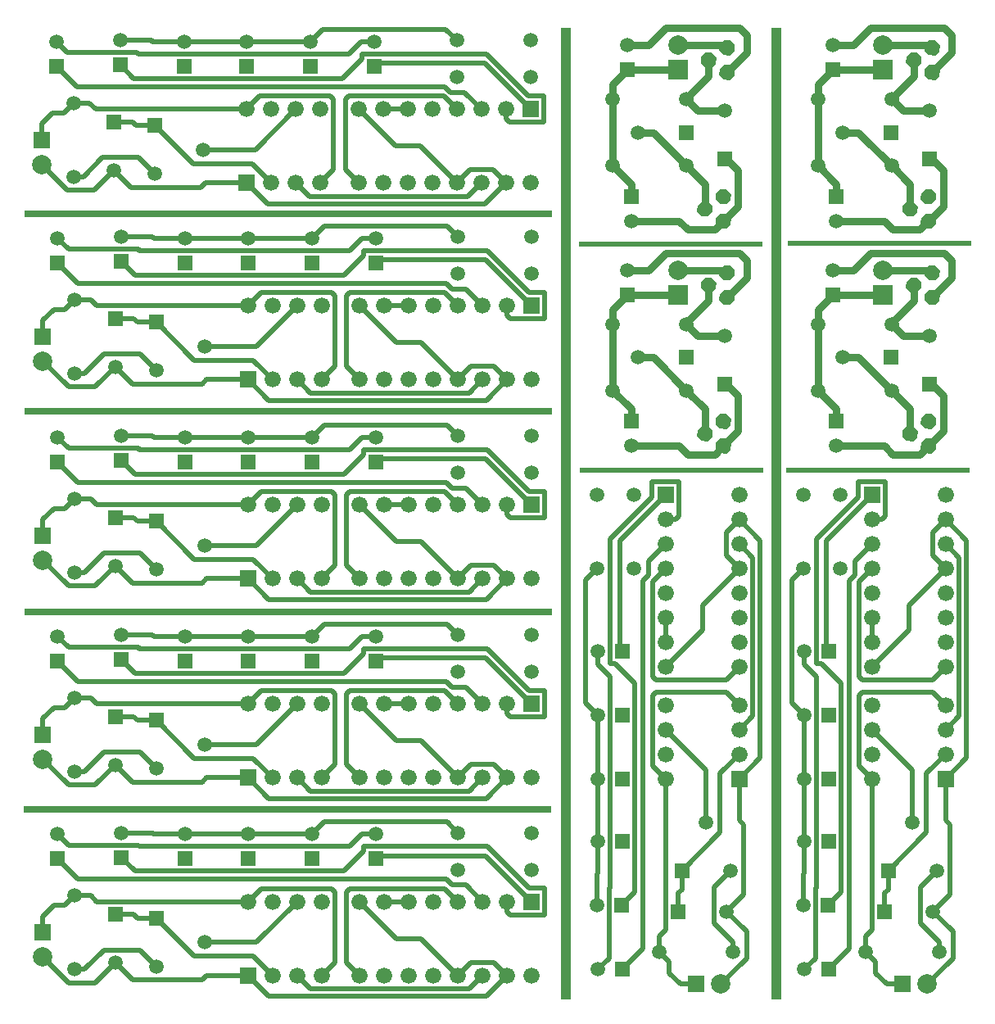
<source format=gbl>
G04 Layer_Physical_Order=2*
G04 Layer_Color=16711680*
%FSLAX25Y25*%
%MOIN*%
G70*
G01*
G75*
%ADD10C,0.03000*%
%ADD11C,0.02000*%
%ADD12R,0.74803X0.01968*%
%ADD13R,2.14567X0.02756*%
%ADD14R,0.03937X3.95669*%
%ADD15R,0.05905X0.05905*%
%ADD16C,0.05905*%
%ADD17R,0.05905X0.05905*%
%ADD18C,0.07874*%
%ADD19R,0.07874X0.07874*%
%ADD20R,0.05937X0.05937*%
%ADD21C,0.05937*%
%ADD22R,0.06600X0.06600*%
%ADD23C,0.06600*%
%ADD24R,0.07087X0.07087*%
%ADD25R,0.05937X0.05937*%
%ADD26R,0.06600X0.06600*%
%ADD27R,0.07087X0.07087*%
G36*
X372895Y392928D02*
X374601Y391066D01*
X374491Y388542D01*
X372629Y386836D01*
X370105Y386946D01*
X368399Y388808D01*
X368509Y391332D01*
X370371Y393038D01*
X372895Y392928D01*
D02*
G37*
G36*
X289395D02*
X291101Y391066D01*
X290991Y388542D01*
X289129Y386836D01*
X286605Y386946D01*
X284899Y388808D01*
X285009Y391332D01*
X286871Y393038D01*
X289395Y392928D01*
D02*
G37*
G36*
X365395Y387928D02*
X367101Y386066D01*
X366991Y383542D01*
X365129Y381836D01*
X362605Y381946D01*
X360899Y383808D01*
X361009Y386332D01*
X362871Y388038D01*
X365395Y387928D01*
D02*
G37*
G36*
X281895D02*
X283601Y386066D01*
X283491Y383542D01*
X281629Y381836D01*
X279105Y381946D01*
X277399Y383808D01*
X277509Y386332D01*
X279371Y388038D01*
X281895Y387928D01*
D02*
G37*
G36*
X372895Y382928D02*
X374601Y381066D01*
X374491Y378542D01*
X372629Y376836D01*
X370105Y376946D01*
X368399Y378808D01*
X368509Y381332D01*
X370371Y383038D01*
X372895Y382928D01*
D02*
G37*
G36*
X289395D02*
X291101Y381066D01*
X290991Y378542D01*
X289129Y376836D01*
X286605Y376946D01*
X284899Y378808D01*
X285009Y381332D01*
X286871Y383038D01*
X289395Y382928D01*
D02*
G37*
G36*
X371395Y332428D02*
X373101Y330566D01*
X372991Y328042D01*
X371129Y326336D01*
X368605Y326446D01*
X366899Y328308D01*
X367009Y330832D01*
X368871Y332538D01*
X371395Y332428D01*
D02*
G37*
G36*
X287895D02*
X289601Y330566D01*
X289491Y328042D01*
X287629Y326336D01*
X285105Y326446D01*
X283399Y328308D01*
X283509Y330832D01*
X285371Y332538D01*
X287895Y332428D01*
D02*
G37*
G36*
X363895Y327428D02*
X365601Y325566D01*
X365491Y323042D01*
X363629Y321336D01*
X361105Y321446D01*
X359399Y323308D01*
X359509Y325832D01*
X361371Y327538D01*
X363895Y327428D01*
D02*
G37*
G36*
X280395D02*
X282101Y325566D01*
X281991Y323042D01*
X280129Y321336D01*
X277605Y321446D01*
X275899Y323308D01*
X276009Y325832D01*
X277871Y327538D01*
X280395Y327428D01*
D02*
G37*
G36*
X371395Y322428D02*
X373101Y320566D01*
X372991Y318042D01*
X371129Y316336D01*
X368605Y316446D01*
X366899Y318308D01*
X367009Y320832D01*
X368871Y322538D01*
X371395Y322428D01*
D02*
G37*
G36*
X287895D02*
X289601Y320566D01*
X289491Y318042D01*
X287629Y316336D01*
X285105Y316446D01*
X283399Y318308D01*
X283509Y320832D01*
X285371Y322538D01*
X287895Y322428D01*
D02*
G37*
G36*
X372895Y301428D02*
X374601Y299566D01*
X374491Y297042D01*
X372629Y295336D01*
X370105Y295446D01*
X368399Y297308D01*
X368509Y299832D01*
X370371Y301538D01*
X372895Y301428D01*
D02*
G37*
G36*
X289395D02*
X291101Y299566D01*
X290991Y297042D01*
X289129Y295336D01*
X286605Y295446D01*
X284899Y297308D01*
X285009Y299832D01*
X286871Y301538D01*
X289395Y301428D01*
D02*
G37*
G36*
X365395Y296428D02*
X367101Y294566D01*
X366991Y292042D01*
X365129Y290336D01*
X362605Y290446D01*
X360899Y292308D01*
X361009Y294832D01*
X362871Y296538D01*
X365395Y296428D01*
D02*
G37*
G36*
X281895D02*
X283601Y294566D01*
X283491Y292042D01*
X281629Y290336D01*
X279105Y290446D01*
X277399Y292308D01*
X277509Y294832D01*
X279371Y296538D01*
X281895Y296428D01*
D02*
G37*
G36*
X372895Y291428D02*
X374601Y289566D01*
X374491Y287042D01*
X372629Y285336D01*
X370105Y285446D01*
X368399Y287308D01*
X368509Y289832D01*
X370371Y291538D01*
X372895Y291428D01*
D02*
G37*
G36*
X289395D02*
X291101Y289566D01*
X290991Y287042D01*
X289129Y285336D01*
X286605Y285446D01*
X284899Y287308D01*
X285009Y289832D01*
X286871Y291538D01*
X289395Y291428D01*
D02*
G37*
G36*
X371395Y240928D02*
X373101Y239066D01*
X372991Y236542D01*
X371129Y234836D01*
X368605Y234946D01*
X366899Y236808D01*
X367009Y239332D01*
X368871Y241038D01*
X371395Y240928D01*
D02*
G37*
G36*
X287895D02*
X289601Y239066D01*
X289491Y236542D01*
X287629Y234836D01*
X285105Y234946D01*
X283399Y236808D01*
X283509Y239332D01*
X285371Y241038D01*
X287895Y240928D01*
D02*
G37*
G36*
X363895Y235928D02*
X365601Y234066D01*
X365491Y231542D01*
X363629Y229836D01*
X361105Y229946D01*
X359399Y231808D01*
X359509Y234332D01*
X361371Y236038D01*
X363895Y235928D01*
D02*
G37*
G36*
X280395D02*
X282101Y234066D01*
X281991Y231542D01*
X280129Y229836D01*
X277605Y229946D01*
X275899Y231808D01*
X276009Y234332D01*
X277871Y236038D01*
X280395Y235928D01*
D02*
G37*
G36*
X371395Y230928D02*
X373101Y229066D01*
X372991Y226542D01*
X371129Y224836D01*
X368605Y224946D01*
X366899Y226808D01*
X367009Y229332D01*
X368871Y231038D01*
X371395Y230928D01*
D02*
G37*
G36*
X287895D02*
X289601Y229066D01*
X289491Y226542D01*
X287629Y224836D01*
X285105Y224946D01*
X283399Y226808D01*
X283509Y229332D01*
X285371Y231038D01*
X287895Y230928D01*
D02*
G37*
D10*
X325000Y250437D02*
Y277437D01*
Y283437D01*
X331000Y289437D01*
X335157Y263937D02*
X341500D01*
X355000Y250437D01*
X332500Y227937D02*
X352000D01*
X355500Y224437D01*
X366500D01*
X370000Y227937D01*
X362500Y232937D02*
Y242937D01*
X355000Y250437D02*
X362500Y242937D01*
X370000Y227937D02*
X376000Y233937D01*
Y248437D01*
X371342Y253095D02*
X376000Y248437D01*
X370500Y253095D02*
X371342D01*
X359658Y272779D02*
X370500D01*
X355000Y277437D02*
X359658Y272779D01*
X331000Y299437D02*
X339500D01*
X379500Y296437D02*
Y303437D01*
X371500Y288437D02*
X379500Y296437D01*
X355000Y277437D02*
Y277937D01*
X364000Y286937D01*
Y293437D01*
X331000Y289437D02*
X351500D01*
Y299437D02*
X370500D01*
X371500Y298437D01*
X325000Y250437D02*
X332500Y242937D01*
Y237937D02*
Y242937D01*
X376500Y306437D02*
X379500Y303437D01*
X339500Y299437D02*
X346500Y306437D01*
X376500D01*
X346500Y397937D02*
X376500D01*
X339500Y390937D02*
X346500Y397937D01*
X376500D02*
X379500Y394937D01*
X332500Y329437D02*
Y334437D01*
X325000Y341937D02*
X332500Y334437D01*
X370500Y390937D02*
X371500Y389937D01*
X351500Y390937D02*
X370500D01*
X331000Y380937D02*
X351500D01*
X364000Y378437D02*
Y384937D01*
X355000Y369437D02*
X364000Y378437D01*
X355000Y368937D02*
Y369437D01*
X371500Y379937D02*
X379500Y387937D01*
Y394937D01*
X331000Y390937D02*
X339500D01*
X355000Y368937D02*
X359658Y364280D01*
X370500D01*
X370500Y344595D02*
X371342D01*
X376000Y339937D01*
Y325437D02*
Y339937D01*
X370000Y319437D02*
X376000Y325437D01*
X355000Y341937D02*
X362500Y334437D01*
Y324437D02*
Y334437D01*
X366500Y315937D02*
X370000Y319437D01*
X355500Y315937D02*
X366500D01*
X352000Y319437D02*
X355500Y315937D01*
X332500Y319437D02*
X352000D01*
X341500Y355437D02*
X355000Y341937D01*
X335157Y355437D02*
X341500D01*
X325000Y374937D02*
X331000Y380937D01*
X325000Y368937D02*
Y374937D01*
Y341937D02*
Y368937D01*
X241500Y341937D02*
Y368937D01*
Y374937D01*
X247500Y380937D01*
X251658Y355437D02*
X258000D01*
X271500Y341937D01*
X249000Y319437D02*
X268500D01*
X272000Y315937D01*
X283000D01*
X286500Y319437D01*
X279000Y324437D02*
Y334437D01*
X271500Y341937D02*
X279000Y334437D01*
X286500Y319437D02*
X292500Y325437D01*
Y339937D01*
X287842Y344595D02*
X292500Y339937D01*
X287000Y344595D02*
X287842D01*
X276157Y364280D02*
X287000D01*
X271500Y368937D02*
X276157Y364280D01*
X247500Y390937D02*
X256000D01*
X296000Y387937D02*
Y394937D01*
X288000Y379937D02*
X296000Y387937D01*
X271500Y368937D02*
Y369437D01*
X280500Y378437D01*
Y384937D01*
X247500Y380937D02*
X268000D01*
Y390937D02*
X287000D01*
X288000Y389937D01*
X241500Y341937D02*
X249000Y334437D01*
Y329437D02*
Y334437D01*
X293000Y397937D02*
X296000Y394937D01*
X256000Y390937D02*
X263000Y397937D01*
X293000D01*
X263000Y306437D02*
X293000D01*
X256000Y299437D02*
X263000Y306437D01*
X293000D02*
X296000Y303437D01*
X249000Y237937D02*
Y242937D01*
X241500Y250437D02*
X249000Y242937D01*
X287000Y299437D02*
X288000Y298437D01*
X268000Y299437D02*
X287000D01*
X247500Y289437D02*
X268000D01*
X280500Y286937D02*
Y293437D01*
X271500Y277937D02*
X280500Y286937D01*
X271500Y277437D02*
Y277937D01*
X288000Y288437D02*
X296000Y296437D01*
Y303437D01*
X247500Y299437D02*
X256000D01*
X271500Y277437D02*
X276157Y272779D01*
X287000D01*
X287000Y253095D02*
X287842D01*
X292500Y248437D01*
Y233937D02*
Y248437D01*
X286500Y227937D02*
X292500Y233937D01*
X271500Y250437D02*
X279000Y242937D01*
Y232937D02*
Y242937D01*
X283000Y224437D02*
X286500Y227937D01*
X272000Y224437D02*
X283000D01*
X268500Y227937D02*
X272000Y224437D01*
X249000Y227937D02*
X268500D01*
X258000Y263937D02*
X271500Y250437D01*
X251658Y263937D02*
X258000D01*
X241500Y283437D02*
X247500Y289437D01*
X241500Y277437D02*
Y283437D01*
Y250437D02*
Y277437D01*
D11*
X352157Y38500D02*
Y46000D01*
X353657Y47500D01*
Y55158D01*
X347000Y148000D02*
Y158000D01*
X319500Y67000D02*
Y92500D01*
X319000Y41000D02*
Y53700D01*
X319500Y54200D01*
Y67000D01*
Y92500D02*
Y118500D01*
X340200Y175500D02*
Y181200D01*
X347000Y188000D01*
X328400Y189400D02*
X347000Y208000D01*
X328400Y145600D02*
Y189400D01*
X363500Y74843D02*
Y96000D01*
X347000Y112500D02*
X363500Y96000D01*
X353657Y55158D02*
X369200Y70700D01*
Y94700D01*
X377000Y102500D01*
X347000Y138000D02*
X362000Y153000D01*
Y163000D01*
X377000Y178000D01*
X353000Y9000D02*
X359500D01*
X341700Y172700D02*
X347000Y178000D01*
X341700Y134000D02*
Y172700D01*
Y134000D02*
X343000Y132700D01*
X371700D01*
X377000Y138000D01*
X371700Y127800D02*
X377000Y122500D01*
X319500Y139047D02*
Y144500D01*
Y139047D02*
X324500Y134047D01*
Y48400D02*
Y134047D01*
X324000Y47900D02*
X324500Y48400D01*
X324000Y19500D02*
Y47900D01*
X319500Y15000D02*
X324000Y19500D01*
X366700Y48515D02*
X373343Y55158D01*
X366700Y33800D02*
Y48515D01*
X371700Y183300D02*
X377000Y178000D01*
X371700Y183300D02*
Y192700D01*
X377000Y198000D01*
X371843Y38500D02*
X378800Y45457D01*
Y73800D01*
X377000Y75600D02*
X378800Y73800D01*
X377000Y75600D02*
Y92500D01*
X329000Y41000D02*
X334500Y46500D01*
Y131500D01*
X326453Y139547D02*
X334500Y131500D01*
X324500Y139547D02*
X326453D01*
X352400Y199400D02*
Y213300D01*
X351000Y198000D02*
X352400Y199400D01*
X347000Y198000D02*
X351000D01*
X348500Y13500D02*
X353000Y9000D01*
X371843Y38500D02*
X380000Y30343D01*
Y19500D02*
Y30343D01*
X369500Y9000D02*
X380000Y19500D01*
X377000Y112500D02*
X382500Y118000D01*
Y182500D01*
X377000Y188000D02*
X382500Y182500D01*
X377000Y92500D02*
X385500Y101000D01*
Y189500D01*
X377000Y198000D02*
X385500Y189500D01*
X314547Y123453D02*
Y173547D01*
Y123453D02*
X319500Y118500D01*
X314547Y173547D02*
X319000Y178000D01*
X344500Y22000D02*
X348500Y18000D01*
Y13500D02*
Y18000D01*
X374500Y22000D02*
Y26000D01*
X366700Y33800D02*
X374500Y26000D01*
X341700Y97800D02*
X347000Y92500D01*
X341700Y126500D02*
X343000Y127800D01*
X371700D01*
X341700Y97800D02*
Y126500D01*
X347000Y31000D02*
Y92500D01*
X344500Y22000D02*
Y28500D01*
X347000Y31000D01*
X337900Y173200D02*
X340200Y175500D01*
X329500Y15000D02*
X337900Y23400D01*
Y173200D01*
X328400Y145600D02*
X329500Y144500D01*
X324500Y139547D02*
Y190000D01*
X341500Y207000D01*
Y213300D01*
X352400D01*
X268157Y38500D02*
Y46000D01*
X269657Y47500D01*
Y55158D01*
X263000Y148000D02*
Y158000D01*
X235500Y67000D02*
Y92500D01*
X235000Y41000D02*
Y53700D01*
X235500Y54200D01*
Y67000D01*
Y92500D02*
Y118500D01*
X256200Y175500D02*
Y181200D01*
X263000Y188000D01*
X244400Y189400D02*
X263000Y208000D01*
X244400Y145600D02*
Y189400D01*
X279500Y74843D02*
Y96000D01*
X263000Y112500D02*
X279500Y96000D01*
X269657Y55158D02*
X285200Y70700D01*
Y94700D01*
X293000Y102500D01*
X263000Y138000D02*
X278000Y153000D01*
Y163000D01*
X293000Y178000D01*
X269000Y9000D02*
X275500D01*
X257700Y172700D02*
X263000Y178000D01*
X257700Y134000D02*
Y172700D01*
Y134000D02*
X259000Y132700D01*
X287700D01*
X293000Y138000D01*
X287700Y127800D02*
X293000Y122500D01*
X235500Y139047D02*
Y144500D01*
Y139047D02*
X240500Y134047D01*
Y48400D02*
Y134047D01*
X240000Y47900D02*
X240500Y48400D01*
X240000Y19500D02*
Y47900D01*
X235500Y15000D02*
X240000Y19500D01*
X282700Y48515D02*
X289343Y55158D01*
X282700Y33800D02*
Y48515D01*
X287700Y183300D02*
X293000Y178000D01*
X287700Y183300D02*
Y192700D01*
X293000Y198000D01*
X287843Y38500D02*
X294800Y45457D01*
Y73800D01*
X293000Y75600D02*
X294800Y73800D01*
X293000Y75600D02*
Y92500D01*
X245000Y41000D02*
X250500Y46500D01*
Y131500D01*
X242453Y139547D02*
X250500Y131500D01*
X240500Y139547D02*
X242453D01*
X268400Y199400D02*
Y213300D01*
X267000Y198000D02*
X268400Y199400D01*
X263000Y198000D02*
X267000D01*
X264500Y13500D02*
X269000Y9000D01*
X287843Y38500D02*
X296000Y30343D01*
Y19500D02*
Y30343D01*
X285500Y9000D02*
X296000Y19500D01*
X293000Y112500D02*
X298500Y118000D01*
Y182500D01*
X293000Y188000D02*
X298500Y182500D01*
X293000Y92500D02*
X301500Y101000D01*
Y189500D01*
X293000Y198000D02*
X301500Y189500D01*
X230547Y123453D02*
Y173547D01*
Y123453D02*
X235500Y118500D01*
X230547Y173547D02*
X235000Y178000D01*
X260500Y22000D02*
X264500Y18000D01*
Y13500D02*
Y18000D01*
X290500Y22000D02*
Y26000D01*
X282700Y33800D02*
X290500Y26000D01*
X257700Y97800D02*
X263000Y92500D01*
X257700Y126500D02*
X259000Y127800D01*
X287700D01*
X257700Y97800D02*
Y126500D01*
X263000Y31000D02*
Y92500D01*
X260500Y22000D02*
Y28500D01*
X263000Y31000D01*
X253900Y173200D02*
X256200Y175500D01*
X245500Y15000D02*
X253900Y23400D01*
Y173200D01*
X244400Y145600D02*
X245500Y144500D01*
X240500Y139547D02*
Y190000D01*
X257500Y207000D01*
Y213300D01*
X268400D01*
X39000Y117843D02*
X46500D01*
X48000Y116343D01*
X55658D01*
X148500Y123000D02*
X158500D01*
X67500Y150500D02*
X93000D01*
X41500Y151000D02*
X54200D01*
X54700Y150500D01*
X67500D01*
X93000D02*
X119000D01*
X176000Y129800D02*
X181700D01*
X188500Y123000D01*
X189900Y141600D02*
X208500Y123000D01*
X146100Y141600D02*
X189900D01*
X75343Y106500D02*
X96500D01*
X113000Y123000D01*
X55658Y116343D02*
X71200Y100800D01*
X95200D01*
X103000Y93000D01*
X138500Y123000D02*
X153500Y108000D01*
X163500D01*
X178500Y93000D01*
X9500Y110500D02*
Y117000D01*
X173200Y128300D02*
X178500Y123000D01*
X134500Y128300D02*
X173200D01*
X133200Y127000D02*
X134500Y128300D01*
X133200Y98300D02*
Y127000D01*
Y98300D02*
X138500Y93000D01*
X123000D02*
X128300Y98300D01*
X139547Y150500D02*
X145000D01*
X134547Y145500D02*
X139547Y150500D01*
X48900Y145500D02*
X134547D01*
X48400Y146000D02*
X48900Y145500D01*
X20000Y146000D02*
X48400D01*
X15500Y150500D02*
X20000Y146000D01*
X49015Y103300D02*
X55658Y96657D01*
X34300Y103300D02*
X49015D01*
X178500Y93000D02*
X183800Y98300D01*
X193200D01*
X198500Y93000D01*
X39000Y98157D02*
X45957Y91200D01*
X74300D01*
X76100Y93000D01*
X93000D01*
X41500Y141000D02*
X47000Y135500D01*
X132000D01*
X140047Y143547D01*
Y145500D01*
X199900Y117600D02*
X213800D01*
X198500Y119000D02*
X199900Y117600D01*
X198500Y119000D02*
Y123000D01*
X9500Y117000D02*
X14000Y121500D01*
X30843Y90000D02*
X39000Y98157D01*
X20000Y90000D02*
X30843D01*
X9500Y100500D02*
X20000Y90000D01*
X113000Y93000D02*
X118500Y87500D01*
X183000D01*
X188500Y93000D01*
X93000D02*
X101500Y84500D01*
X190000D01*
X198500Y93000D01*
X123953Y155453D02*
X174047D01*
X119000Y150500D02*
X123953Y155453D01*
X174047D02*
X178500Y151000D01*
X18500Y121500D02*
X22500Y125500D01*
X14000Y121500D02*
X18500D01*
X22500Y95500D02*
X26500D01*
X34300Y103300D01*
X93000Y123000D02*
X98300Y128300D01*
X127000D02*
X128300Y127000D01*
Y98300D02*
Y127000D01*
X98300Y128300D02*
X127000D01*
X31500Y123000D02*
X93000D01*
X22500Y125500D02*
X29000D01*
X31500Y123000D01*
X173700Y132100D02*
X176000Y129800D01*
X15500Y140500D02*
X23900Y132100D01*
X173700D01*
X145000Y140500D02*
X146100Y141600D01*
X140047Y145500D02*
X190500D01*
X207500Y128500D01*
X213800D01*
Y117600D02*
Y128500D01*
X39000Y198843D02*
X46500D01*
X48000Y197343D01*
X55658D01*
X148500Y204000D02*
X158500D01*
X67500Y231500D02*
X93000D01*
X41500Y232000D02*
X54200D01*
X54700Y231500D01*
X67500D01*
X93000D02*
X119000D01*
X176000Y210800D02*
X181700D01*
X188500Y204000D01*
X189900Y222600D02*
X208500Y204000D01*
X146100Y222600D02*
X189900D01*
X75343Y187500D02*
X96500D01*
X113000Y204000D01*
X55658Y197343D02*
X71200Y181800D01*
X95200D01*
X103000Y174000D01*
X138500Y204000D02*
X153500Y189000D01*
X163500D01*
X178500Y174000D01*
X9500Y191500D02*
Y198000D01*
X173200Y209300D02*
X178500Y204000D01*
X134500Y209300D02*
X173200D01*
X133200Y208000D02*
X134500Y209300D01*
X133200Y179300D02*
Y208000D01*
Y179300D02*
X138500Y174000D01*
X123000D02*
X128300Y179300D01*
X139547Y231500D02*
X145000D01*
X134547Y226500D02*
X139547Y231500D01*
X48900Y226500D02*
X134547D01*
X48400Y227000D02*
X48900Y226500D01*
X20000Y227000D02*
X48400D01*
X15500Y231500D02*
X20000Y227000D01*
X49015Y184300D02*
X55658Y177657D01*
X34300Y184300D02*
X49015D01*
X178500Y174000D02*
X183800Y179300D01*
X193200D01*
X198500Y174000D01*
X39000Y179157D02*
X45957Y172200D01*
X74300D01*
X76100Y174000D01*
X93000D01*
X41500Y222000D02*
X47000Y216500D01*
X132000D01*
X140047Y224547D01*
Y226500D01*
X199900Y198600D02*
X213800D01*
X198500Y200000D02*
X199900Y198600D01*
X198500Y200000D02*
Y204000D01*
X9500Y198000D02*
X14000Y202500D01*
X30843Y171000D02*
X39000Y179157D01*
X20000Y171000D02*
X30843D01*
X9500Y181500D02*
X20000Y171000D01*
X113000Y174000D02*
X118500Y168500D01*
X183000D01*
X188500Y174000D01*
X93000D02*
X101500Y165500D01*
X190000D01*
X198500Y174000D01*
X123953Y236453D02*
X174047D01*
X119000Y231500D02*
X123953Y236453D01*
X174047D02*
X178500Y232000D01*
X18500Y202500D02*
X22500Y206500D01*
X14000Y202500D02*
X18500D01*
X22500Y176500D02*
X26500D01*
X34300Y184300D01*
X93000Y204000D02*
X98300Y209300D01*
X127000D02*
X128300Y208000D01*
Y179300D02*
Y208000D01*
X98300Y209300D02*
X127000D01*
X31500Y204000D02*
X93000D01*
X22500Y206500D02*
X29000D01*
X31500Y204000D01*
X173700Y213100D02*
X176000Y210800D01*
X15500Y221500D02*
X23900Y213100D01*
X173700D01*
X145000Y221500D02*
X146100Y222600D01*
X140047Y226500D02*
X190500D01*
X207500Y209500D01*
X213800D01*
Y198600D02*
Y209500D01*
X39000Y279843D02*
X46500D01*
X48000Y278343D01*
X55658D01*
X148500Y285000D02*
X158500D01*
X67500Y312500D02*
X93000D01*
X41500Y313000D02*
X54200D01*
X54700Y312500D01*
X67500D01*
X93000D02*
X119000D01*
X176000Y291800D02*
X181700D01*
X188500Y285000D01*
X189900Y303600D02*
X208500Y285000D01*
X146100Y303600D02*
X189900D01*
X75343Y268500D02*
X96500D01*
X113000Y285000D01*
X55658Y278343D02*
X71200Y262800D01*
X95200D01*
X103000Y255000D01*
X138500Y285000D02*
X153500Y270000D01*
X163500D01*
X178500Y255000D01*
X9500Y272500D02*
Y279000D01*
X173200Y290300D02*
X178500Y285000D01*
X134500Y290300D02*
X173200D01*
X133200Y289000D02*
X134500Y290300D01*
X133200Y260300D02*
Y289000D01*
Y260300D02*
X138500Y255000D01*
X123000D02*
X128300Y260300D01*
X139547Y312500D02*
X145000D01*
X134547Y307500D02*
X139547Y312500D01*
X48900Y307500D02*
X134547D01*
X48400Y308000D02*
X48900Y307500D01*
X20000Y308000D02*
X48400D01*
X15500Y312500D02*
X20000Y308000D01*
X49015Y265300D02*
X55658Y258657D01*
X34300Y265300D02*
X49015D01*
X178500Y255000D02*
X183800Y260300D01*
X193200D01*
X198500Y255000D01*
X39000Y260157D02*
X45957Y253200D01*
X74300D01*
X76100Y255000D01*
X93000D01*
X41500Y303000D02*
X47000Y297500D01*
X132000D01*
X140047Y305547D01*
Y307500D01*
X199900Y279600D02*
X213800D01*
X198500Y281000D02*
X199900Y279600D01*
X198500Y281000D02*
Y285000D01*
X9500Y279000D02*
X14000Y283500D01*
X30843Y252000D02*
X39000Y260157D01*
X20000Y252000D02*
X30843D01*
X9500Y262500D02*
X20000Y252000D01*
X113000Y255000D02*
X118500Y249500D01*
X183000D01*
X188500Y255000D01*
X93000D02*
X101500Y246500D01*
X190000D01*
X198500Y255000D01*
X123953Y317453D02*
X174047D01*
X119000Y312500D02*
X123953Y317453D01*
X174047D02*
X178500Y313000D01*
X18500Y283500D02*
X22500Y287500D01*
X14000Y283500D02*
X18500D01*
X22500Y257500D02*
X26500D01*
X34300Y265300D01*
X93000Y285000D02*
X98300Y290300D01*
X127000D02*
X128300Y289000D01*
Y260300D02*
Y289000D01*
X98300Y290300D02*
X127000D01*
X31500Y285000D02*
X93000D01*
X22500Y287500D02*
X29000D01*
X31500Y285000D01*
X173700Y294100D02*
X176000Y291800D01*
X15500Y302500D02*
X23900Y294100D01*
X173700D01*
X145000Y302500D02*
X146100Y303600D01*
X140047Y307500D02*
X190500D01*
X207500Y290500D01*
X213800D01*
Y279600D02*
Y290500D01*
X38500Y359843D02*
X46000D01*
X47500Y358343D01*
X55158D01*
X148000Y365000D02*
X158000D01*
X67000Y392500D02*
X92500D01*
X41000Y393000D02*
X53700D01*
X54200Y392500D01*
X67000D01*
X92500D02*
X118500D01*
X175500Y371800D02*
X181200D01*
X188000Y365000D01*
X189400Y383600D02*
X208000Y365000D01*
X145600Y383600D02*
X189400D01*
X74843Y348500D02*
X96000D01*
X112500Y365000D01*
X55158Y358343D02*
X70700Y342800D01*
X94700D01*
X102500Y335000D01*
X138000Y365000D02*
X153000Y350000D01*
X163000D01*
X178000Y335000D01*
X9000Y352500D02*
Y359000D01*
X172700Y370300D02*
X178000Y365000D01*
X134000Y370300D02*
X172700D01*
X132700Y369000D02*
X134000Y370300D01*
X132700Y340300D02*
Y369000D01*
Y340300D02*
X138000Y335000D01*
X122500D02*
X127800Y340300D01*
X139047Y392500D02*
X144500D01*
X134047Y387500D02*
X139047Y392500D01*
X48400Y387500D02*
X134047D01*
X47900Y388000D02*
X48400Y387500D01*
X19500Y388000D02*
X47900D01*
X15000Y392500D02*
X19500Y388000D01*
X48515Y345300D02*
X55158Y338657D01*
X33800Y345300D02*
X48515D01*
X178000Y335000D02*
X183300Y340300D01*
X192700D01*
X198000Y335000D01*
X38500Y340157D02*
X45457Y333200D01*
X73800D01*
X75600Y335000D01*
X92500D01*
X41000Y383000D02*
X46500Y377500D01*
X131500D01*
X139547Y385547D01*
Y387500D01*
X199400Y359600D02*
X213300D01*
X198000Y361000D02*
X199400Y359600D01*
X198000Y361000D02*
Y365000D01*
X9000Y359000D02*
X13500Y363500D01*
X30343Y332000D02*
X38500Y340157D01*
X19500Y332000D02*
X30343D01*
X9000Y342500D02*
X19500Y332000D01*
X112500Y335000D02*
X118000Y329500D01*
X182500D01*
X188000Y335000D01*
X92500D02*
X101000Y326500D01*
X189500D01*
X198000Y335000D01*
X123453Y397453D02*
X173547D01*
X118500Y392500D02*
X123453Y397453D01*
X173547D02*
X178000Y393000D01*
X18000Y363500D02*
X22000Y367500D01*
X13500Y363500D02*
X18000D01*
X22000Y337500D02*
X26000D01*
X33800Y345300D01*
X92500Y365000D02*
X97800Y370300D01*
X126500D02*
X127800Y369000D01*
Y340300D02*
Y369000D01*
X97800Y370300D02*
X126500D01*
X31000Y365000D02*
X92500D01*
X22000Y367500D02*
X28500D01*
X31000Y365000D01*
X173200Y374100D02*
X175500Y371800D01*
X15000Y382500D02*
X23400Y374100D01*
X173200D01*
X144500Y382500D02*
X145600Y383600D01*
X139547Y387500D02*
X190000D01*
X207000Y370500D01*
X213300D01*
Y359600D02*
Y370500D01*
X213800Y37100D02*
Y48000D01*
X207500D02*
X213800D01*
X190500Y65000D02*
X207500Y48000D01*
X140047Y65000D02*
X190500D01*
X145000Y60000D02*
X146100Y61100D01*
X23900Y51600D02*
X173700D01*
X15500Y60000D02*
X23900Y51600D01*
X173700D02*
X176000Y49300D01*
X29000Y45000D02*
X31500Y42500D01*
X22500Y45000D02*
X29000D01*
X31500Y42500D02*
X93000D01*
X98300Y47800D02*
X127000D01*
X128300Y17800D02*
Y46500D01*
X127000Y47800D02*
X128300Y46500D01*
X93000Y42500D02*
X98300Y47800D01*
X26500Y15000D02*
X34300Y22800D01*
X22500Y15000D02*
X26500D01*
X14000Y41000D02*
X18500D01*
X22500Y45000D01*
X174047Y74953D02*
X178500Y70500D01*
X119000Y70000D02*
X123953Y74953D01*
X174047D01*
X190000Y4000D02*
X198500Y12500D01*
X101500Y4000D02*
X190000D01*
X93000Y12500D02*
X101500Y4000D01*
X183000Y7000D02*
X188500Y12500D01*
X118500Y7000D02*
X183000D01*
X113000Y12500D02*
X118500Y7000D01*
X9500Y20000D02*
X20000Y9500D01*
X30843D01*
X39000Y17657D01*
X9500Y36500D02*
X14000Y41000D01*
X198500Y38500D02*
Y42500D01*
Y38500D02*
X199900Y37100D01*
X213800D01*
X140047Y63047D02*
Y65000D01*
X132000Y55000D02*
X140047Y63047D01*
X47000Y55000D02*
X132000D01*
X41500Y60500D02*
X47000Y55000D01*
X76100Y12500D02*
X93000D01*
X74300Y10700D02*
X76100Y12500D01*
X45957Y10700D02*
X74300D01*
X39000Y17657D02*
X45957Y10700D01*
X193200Y17800D02*
X198500Y12500D01*
X183800Y17800D02*
X193200D01*
X178500Y12500D02*
X183800Y17800D01*
X34300Y22800D02*
X49015D01*
X55658Y16157D01*
X15500Y70000D02*
X20000Y65500D01*
X48400D01*
X48900Y65000D01*
X134547D01*
X139547Y70000D01*
X145000D01*
X123000Y12500D02*
X128300Y17800D01*
X133200D02*
X138500Y12500D01*
X133200Y17800D02*
Y46500D01*
X134500Y47800D01*
X173200D01*
X178500Y42500D01*
X9500Y30000D02*
Y36500D01*
X163500Y27500D02*
X178500Y12500D01*
X153500Y27500D02*
X163500D01*
X138500Y42500D02*
X153500Y27500D01*
X95200Y20300D02*
X103000Y12500D01*
X71200Y20300D02*
X95200D01*
X55658Y35843D02*
X71200Y20300D01*
X96500Y26000D02*
X113000Y42500D01*
X75343Y26000D02*
X96500D01*
X146100Y61100D02*
X189900D01*
X208500Y42500D01*
X181700Y49300D02*
X188500Y42500D01*
X176000Y49300D02*
X181700D01*
X93000Y70000D02*
X119000D01*
X54700D02*
X67500D01*
X54200Y70500D02*
X54700Y70000D01*
X41500Y70500D02*
X54200D01*
X67500Y70000D02*
X93000D01*
X148500Y42500D02*
X158500D01*
X48000Y35843D02*
X55658D01*
X46500Y37343D02*
X48000Y35843D01*
X39000Y37343D02*
X46500D01*
D12*
X350000Y310500D02*
D03*
X265000Y310000D02*
D03*
X349500Y218000D02*
D03*
X265500D02*
D03*
D13*
X109000Y80000D02*
D03*
X109500Y160500D02*
D03*
Y242000D02*
D03*
Y322500D02*
D03*
D14*
X308000Y200500D02*
D03*
X222500D02*
D03*
D15*
X370500Y253095D02*
D03*
X332500Y237937D02*
D03*
X331000Y289437D02*
D03*
Y380937D02*
D03*
X332500Y329437D02*
D03*
X370500Y344595D02*
D03*
X287000D02*
D03*
X249000Y329437D02*
D03*
X247500Y380937D02*
D03*
Y289437D02*
D03*
X249000Y237937D02*
D03*
X287000Y253095D02*
D03*
X15500Y140500D02*
D03*
X41500Y141000D02*
D03*
X67500Y140500D02*
D03*
X93000D02*
D03*
X119000D02*
D03*
X145000D02*
D03*
X39000Y117843D02*
D03*
X15500Y221500D02*
D03*
X41500Y222000D02*
D03*
X67500Y221500D02*
D03*
X93000D02*
D03*
X119000D02*
D03*
X145000D02*
D03*
X39000Y198843D02*
D03*
X15500Y302500D02*
D03*
X41500Y303000D02*
D03*
X67500Y302500D02*
D03*
X93000D02*
D03*
X119000D02*
D03*
X145000D02*
D03*
X39000Y279843D02*
D03*
X15000Y382500D02*
D03*
X41000Y383000D02*
D03*
X67000Y382500D02*
D03*
X92500D02*
D03*
X118500D02*
D03*
X144500D02*
D03*
X38500Y359843D02*
D03*
X15500Y60000D02*
D03*
X41500Y60500D02*
D03*
X67500Y60000D02*
D03*
X39000Y37343D02*
D03*
X93000Y60000D02*
D03*
X119000D02*
D03*
X145000D02*
D03*
D16*
X370500Y272779D02*
D03*
X335157Y263937D02*
D03*
X332500Y227937D02*
D03*
X331000Y299437D02*
D03*
X370000Y227937D02*
D03*
X362500Y232937D02*
D03*
X370000Y237937D02*
D03*
X371500Y288437D02*
D03*
X364000Y293437D02*
D03*
X371500Y298437D02*
D03*
X355000Y250437D02*
D03*
X325000D02*
D03*
X355000Y277437D02*
D03*
X325000D02*
D03*
X355000Y368937D02*
D03*
X325000D02*
D03*
X355000Y341937D02*
D03*
X325000D02*
D03*
X371500Y379937D02*
D03*
X364000Y384937D02*
D03*
X371500Y389937D02*
D03*
X370000Y319437D02*
D03*
X362500Y324437D02*
D03*
X370000Y329437D02*
D03*
X331000Y390937D02*
D03*
X332500Y319437D02*
D03*
X335157Y355437D02*
D03*
X370500Y364280D02*
D03*
X287000D02*
D03*
X251658Y355437D02*
D03*
X249000Y319437D02*
D03*
X247500Y390937D02*
D03*
X286500Y319437D02*
D03*
X279000Y324437D02*
D03*
X286500Y329437D02*
D03*
X288000Y379937D02*
D03*
X280500Y384937D02*
D03*
X288000Y389937D02*
D03*
X271500Y341937D02*
D03*
X241500D02*
D03*
X271500Y368937D02*
D03*
X241500D02*
D03*
X271500Y277437D02*
D03*
X241500D02*
D03*
X271500Y250437D02*
D03*
X241500D02*
D03*
X288000Y288437D02*
D03*
X280500Y293437D02*
D03*
X288000Y298437D02*
D03*
X286500Y227937D02*
D03*
X279000Y232937D02*
D03*
X286500Y237937D02*
D03*
X247500Y299437D02*
D03*
X249000Y227937D02*
D03*
X251658Y263937D02*
D03*
X287000Y272779D02*
D03*
X319500Y15000D02*
D03*
X319000Y41000D02*
D03*
X319500Y67000D02*
D03*
Y92500D02*
D03*
Y118500D02*
D03*
Y144500D02*
D03*
X344500Y22000D02*
D03*
X374500D02*
D03*
X371843Y38500D02*
D03*
X319000Y178000D02*
D03*
Y208000D02*
D03*
X334000Y178000D02*
D03*
Y208000D02*
D03*
X235500Y15000D02*
D03*
X235000Y41000D02*
D03*
X235500Y67000D02*
D03*
Y92500D02*
D03*
Y118500D02*
D03*
Y144500D02*
D03*
X260500Y22000D02*
D03*
X290500D02*
D03*
X287843Y38500D02*
D03*
X235000Y178000D02*
D03*
Y208000D02*
D03*
X250000Y178000D02*
D03*
Y208000D02*
D03*
X15500Y150500D02*
D03*
X41500Y151000D02*
D03*
X67500Y150500D02*
D03*
X93000D02*
D03*
X119000D02*
D03*
X145000D02*
D03*
X22500Y125500D02*
D03*
Y95500D02*
D03*
X39000Y98157D02*
D03*
X178500Y151000D02*
D03*
X208500D02*
D03*
X178500Y136000D02*
D03*
X208500D02*
D03*
X15500Y231500D02*
D03*
X41500Y232000D02*
D03*
X67500Y231500D02*
D03*
X93000D02*
D03*
X119000D02*
D03*
X145000D02*
D03*
X22500Y206500D02*
D03*
Y176500D02*
D03*
X39000Y179157D02*
D03*
X178500Y232000D02*
D03*
X208500D02*
D03*
X178500Y217000D02*
D03*
X208500D02*
D03*
X15500Y312500D02*
D03*
X41500Y313000D02*
D03*
X67500Y312500D02*
D03*
X93000D02*
D03*
X119000D02*
D03*
X145000D02*
D03*
X22500Y287500D02*
D03*
Y257500D02*
D03*
X39000Y260157D02*
D03*
X178500Y313000D02*
D03*
X208500D02*
D03*
X178500Y298000D02*
D03*
X208500D02*
D03*
X15000Y392500D02*
D03*
X41000Y393000D02*
D03*
X67000Y392500D02*
D03*
X92500D02*
D03*
X118500D02*
D03*
X144500D02*
D03*
X22000Y367500D02*
D03*
Y337500D02*
D03*
X38500Y340157D02*
D03*
X178000Y393000D02*
D03*
X208000D02*
D03*
X178000Y378000D02*
D03*
X208000D02*
D03*
X15500Y70000D02*
D03*
X41500Y70500D02*
D03*
X22500Y45000D02*
D03*
Y15000D02*
D03*
X67500Y70000D02*
D03*
X39000Y17657D02*
D03*
X93000Y70000D02*
D03*
X119000D02*
D03*
X145000D02*
D03*
X178500Y55500D02*
D03*
X208500D02*
D03*
X178500Y70500D02*
D03*
X208500D02*
D03*
D17*
X354842Y263937D02*
D03*
Y355437D02*
D03*
X271342D02*
D03*
Y263937D02*
D03*
X329500Y15000D02*
D03*
X329000Y41000D02*
D03*
X329500Y67000D02*
D03*
Y92500D02*
D03*
Y118500D02*
D03*
Y144500D02*
D03*
X352157Y38500D02*
D03*
X245500Y15000D02*
D03*
X245000Y41000D02*
D03*
X245500Y67000D02*
D03*
Y92500D02*
D03*
Y118500D02*
D03*
Y144500D02*
D03*
X268157Y38500D02*
D03*
D18*
X351500Y299437D02*
D03*
Y390937D02*
D03*
X268000D02*
D03*
Y299437D02*
D03*
X369500Y9000D02*
D03*
X285500D02*
D03*
X9500Y100500D02*
D03*
Y181500D02*
D03*
Y262500D02*
D03*
X9000Y342500D02*
D03*
X9500Y20000D02*
D03*
D19*
X351500Y289437D02*
D03*
Y380937D02*
D03*
X268000D02*
D03*
Y289437D02*
D03*
D20*
X353657Y55158D02*
D03*
X269657D02*
D03*
D21*
X363500Y74843D02*
D03*
X373343Y55158D02*
D03*
X279500Y74843D02*
D03*
X289343Y55158D02*
D03*
X75343Y106500D02*
D03*
X55658Y96657D02*
D03*
X75343Y187500D02*
D03*
X55658Y177657D02*
D03*
X75343Y268500D02*
D03*
X55658Y258657D02*
D03*
X74843Y348500D02*
D03*
X55158Y338657D02*
D03*
X75343Y26000D02*
D03*
X55658Y16157D02*
D03*
D22*
X347000Y208000D02*
D03*
X377000Y92500D02*
D03*
X263000Y208000D02*
D03*
X293000Y92500D02*
D03*
D23*
X347000Y198000D02*
D03*
Y188000D02*
D03*
Y178000D02*
D03*
Y168000D02*
D03*
Y158000D02*
D03*
Y148000D02*
D03*
Y138000D02*
D03*
X377000D02*
D03*
Y148000D02*
D03*
Y158000D02*
D03*
Y168000D02*
D03*
Y178000D02*
D03*
Y188000D02*
D03*
Y198000D02*
D03*
Y208000D02*
D03*
Y102500D02*
D03*
Y112500D02*
D03*
Y122500D02*
D03*
X347000D02*
D03*
Y112500D02*
D03*
Y102500D02*
D03*
Y92500D02*
D03*
X263000Y198000D02*
D03*
Y188000D02*
D03*
Y178000D02*
D03*
Y168000D02*
D03*
Y158000D02*
D03*
Y148000D02*
D03*
Y138000D02*
D03*
X293000D02*
D03*
Y148000D02*
D03*
Y158000D02*
D03*
Y168000D02*
D03*
Y178000D02*
D03*
Y188000D02*
D03*
Y198000D02*
D03*
Y208000D02*
D03*
Y102500D02*
D03*
Y112500D02*
D03*
Y122500D02*
D03*
X263000D02*
D03*
Y112500D02*
D03*
Y102500D02*
D03*
Y92500D02*
D03*
X198500Y123000D02*
D03*
X188500D02*
D03*
X178500D02*
D03*
X168500D02*
D03*
X158500D02*
D03*
X148500D02*
D03*
X138500D02*
D03*
Y93000D02*
D03*
X148500D02*
D03*
X158500D02*
D03*
X168500D02*
D03*
X178500D02*
D03*
X188500D02*
D03*
X198500D02*
D03*
X208500D02*
D03*
X103000D02*
D03*
X113000D02*
D03*
X123000D02*
D03*
Y123000D02*
D03*
X113000D02*
D03*
X103000D02*
D03*
X93000D02*
D03*
X198500Y204000D02*
D03*
X188500D02*
D03*
X178500D02*
D03*
X168500D02*
D03*
X158500D02*
D03*
X148500D02*
D03*
X138500D02*
D03*
Y174000D02*
D03*
X148500D02*
D03*
X158500D02*
D03*
X168500D02*
D03*
X178500D02*
D03*
X188500D02*
D03*
X198500D02*
D03*
X208500D02*
D03*
X103000D02*
D03*
X113000D02*
D03*
X123000D02*
D03*
Y204000D02*
D03*
X113000D02*
D03*
X103000D02*
D03*
X93000D02*
D03*
X198500Y285000D02*
D03*
X188500D02*
D03*
X178500D02*
D03*
X168500D02*
D03*
X158500D02*
D03*
X148500D02*
D03*
X138500D02*
D03*
Y255000D02*
D03*
X148500D02*
D03*
X158500D02*
D03*
X168500D02*
D03*
X178500D02*
D03*
X188500D02*
D03*
X198500D02*
D03*
X208500D02*
D03*
X103000D02*
D03*
X113000D02*
D03*
X123000D02*
D03*
Y285000D02*
D03*
X113000D02*
D03*
X103000D02*
D03*
X93000D02*
D03*
X198000Y365000D02*
D03*
X188000D02*
D03*
X178000D02*
D03*
X168000D02*
D03*
X158000D02*
D03*
X148000D02*
D03*
X138000D02*
D03*
Y335000D02*
D03*
X148000D02*
D03*
X158000D02*
D03*
X168000D02*
D03*
X178000D02*
D03*
X188000D02*
D03*
X198000D02*
D03*
X208000D02*
D03*
X102500D02*
D03*
X112500D02*
D03*
X122500D02*
D03*
Y365000D02*
D03*
X112500D02*
D03*
X102500D02*
D03*
X92500D02*
D03*
X198500Y42500D02*
D03*
X188500D02*
D03*
X178500D02*
D03*
X168500D02*
D03*
X158500D02*
D03*
X148500D02*
D03*
X138500D02*
D03*
Y12500D02*
D03*
X148500D02*
D03*
X158500D02*
D03*
X168500D02*
D03*
X178500D02*
D03*
X188500D02*
D03*
X198500D02*
D03*
X208500D02*
D03*
X103000D02*
D03*
X113000D02*
D03*
X123000D02*
D03*
Y42500D02*
D03*
X113000D02*
D03*
X103000D02*
D03*
X93000D02*
D03*
D24*
X359500Y9000D02*
D03*
X275500D02*
D03*
D25*
X55658Y116343D02*
D03*
Y197343D02*
D03*
Y278343D02*
D03*
X55158Y358343D02*
D03*
X55658Y35843D02*
D03*
D26*
X208500Y123000D02*
D03*
X93000Y93000D02*
D03*
X208500Y204000D02*
D03*
X93000Y174000D02*
D03*
X208500Y285000D02*
D03*
X93000Y255000D02*
D03*
X208000Y365000D02*
D03*
X92500Y335000D02*
D03*
X208500Y42500D02*
D03*
X93000Y12500D02*
D03*
D27*
X9500Y110500D02*
D03*
Y191500D02*
D03*
Y272500D02*
D03*
X9000Y352500D02*
D03*
X9500Y30000D02*
D03*
M02*

</source>
